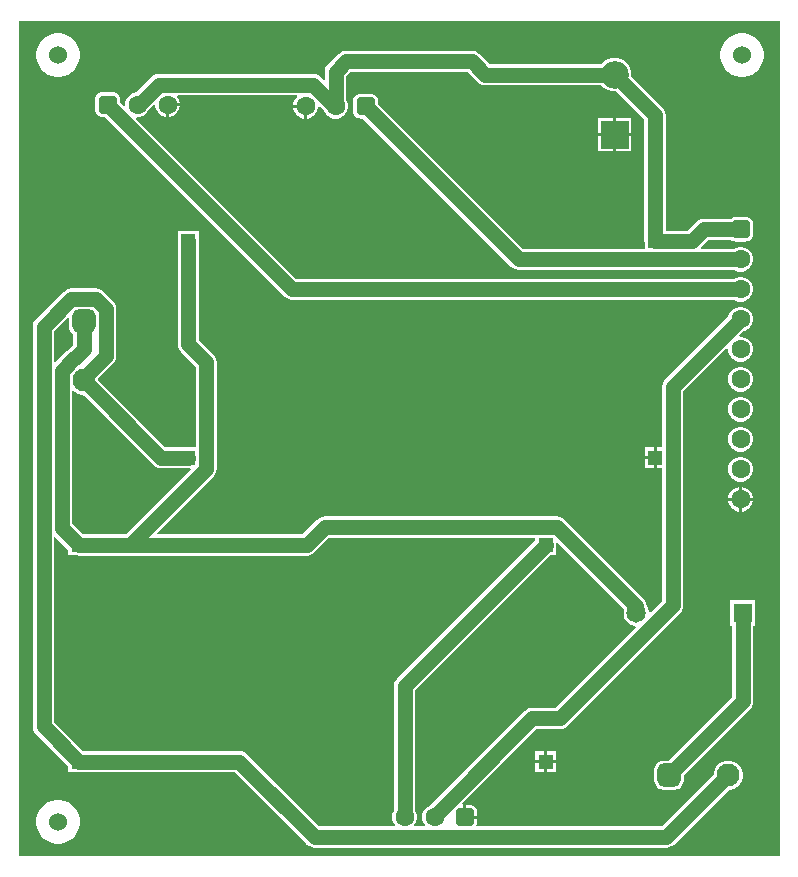
<source format=gbr>
%TF.GenerationSoftware,Altium Limited,Altium Designer,24.10.1 (45)*%
G04 Layer_Physical_Order=2*
G04 Layer_Color=16711680*
%FSLAX45Y45*%
%MOMM*%
%TF.SameCoordinates,71300DE5-865C-4B8C-8C77-BDD09283FDBC*%
%TF.FilePolarity,Positive*%
%TF.FileFunction,Copper,L2,Bot,Signal*%
%TF.Part,Single*%
G01*
G75*
%TA.AperFunction,Conductor*%
%ADD10C,1.27000*%
%TA.AperFunction,WasherPad*%
%ADD12C,1.52400*%
%TA.AperFunction,ComponentPad*%
%ADD13C,1.60000*%
G04:AMPARAMS|DCode=14|XSize=1.6mm|YSize=1.6mm|CornerRadius=0.4mm|HoleSize=0mm|Usage=FLASHONLY|Rotation=270.000|XOffset=0mm|YOffset=0mm|HoleType=Round|Shape=RoundedRectangle|*
%AMROUNDEDRECTD14*
21,1,1.60000,0.80000,0,0,270.0*
21,1,0.80000,1.60000,0,0,270.0*
1,1,0.80000,-0.40000,-0.40000*
1,1,0.80000,-0.40000,0.40000*
1,1,0.80000,0.40000,0.40000*
1,1,0.80000,0.40000,-0.40000*
%
%ADD14ROUNDEDRECTD14*%
%ADD15R,1.24000X1.24000*%
%ADD16C,1.95000*%
G04:AMPARAMS|DCode=17|XSize=1.95mm|YSize=1.95mm|CornerRadius=0.4875mm|HoleSize=0mm|Usage=FLASHONLY|Rotation=0.000|XOffset=0mm|YOffset=0mm|HoleType=Round|Shape=RoundedRectangle|*
%AMROUNDEDRECTD17*
21,1,1.95000,0.97500,0,0,0.0*
21,1,0.97500,1.95000,0,0,0.0*
1,1,0.97500,0.48750,-0.48750*
1,1,0.97500,-0.48750,-0.48750*
1,1,0.97500,-0.48750,0.48750*
1,1,0.97500,0.48750,0.48750*
%
%ADD17ROUNDEDRECTD17*%
G04:AMPARAMS|DCode=18|XSize=1.95mm|YSize=1.95mm|CornerRadius=0.4875mm|HoleSize=0mm|Usage=FLASHONLY|Rotation=270.000|XOffset=0mm|YOffset=0mm|HoleType=Round|Shape=RoundedRectangle|*
%AMROUNDEDRECTD18*
21,1,1.95000,0.97500,0,0,270.0*
21,1,0.97500,1.95000,0,0,270.0*
1,1,0.97500,-0.48750,-0.48750*
1,1,0.97500,-0.48750,0.48750*
1,1,0.97500,0.48750,0.48750*
1,1,0.97500,0.48750,-0.48750*
%
%ADD18ROUNDEDRECTD18*%
G04:AMPARAMS|DCode=19|XSize=1.6mm|YSize=1.6mm|CornerRadius=0.4mm|HoleSize=0mm|Usage=FLASHONLY|Rotation=180.000|XOffset=0mm|YOffset=0mm|HoleType=Round|Shape=RoundedRectangle|*
%AMROUNDEDRECTD19*
21,1,1.60000,0.80000,0,0,180.0*
21,1,0.80000,1.60000,0,0,180.0*
1,1,0.80000,-0.40000,0.40000*
1,1,0.80000,0.40000,0.40000*
1,1,0.80000,0.40000,-0.40000*
1,1,0.80000,-0.40000,-0.40000*
%
%ADD19ROUNDEDRECTD19*%
%ADD20R,2.35000X2.35000*%
%ADD21C,2.35000*%
%ADD22R,1.65000X1.65000*%
%ADD23C,1.65000*%
G36*
X6438900Y0D02*
X0D01*
Y7073900D01*
X6438900D01*
Y0D01*
D02*
G37*
%LPC*%
G36*
X6139660Y6967200D02*
X6103140D01*
X6067321Y6960075D01*
X6033580Y6946099D01*
X6003214Y6925810D01*
X5977390Y6899986D01*
X5957101Y6869620D01*
X5943125Y6835879D01*
X5936000Y6800060D01*
Y6763540D01*
X5943125Y6727721D01*
X5957101Y6693980D01*
X5977390Y6663614D01*
X6003214Y6637790D01*
X6033580Y6617501D01*
X6067321Y6603525D01*
X6103140Y6596400D01*
X6139660D01*
X6175479Y6603525D01*
X6209220Y6617501D01*
X6239586Y6637790D01*
X6265410Y6663614D01*
X6285699Y6693980D01*
X6299675Y6727721D01*
X6306800Y6763540D01*
Y6800060D01*
X6299675Y6835879D01*
X6285699Y6869620D01*
X6265410Y6899986D01*
X6239586Y6925810D01*
X6209220Y6946099D01*
X6175479Y6960075D01*
X6139660Y6967200D01*
D02*
G37*
G36*
X348460D02*
X311940D01*
X276121Y6960075D01*
X242380Y6946099D01*
X212014Y6925810D01*
X186190Y6899986D01*
X165901Y6869620D01*
X151925Y6835879D01*
X144800Y6800060D01*
Y6763540D01*
X151925Y6727721D01*
X165901Y6693980D01*
X186190Y6663614D01*
X212014Y6637790D01*
X242380Y6617501D01*
X276121Y6603525D01*
X311940Y6596400D01*
X348460D01*
X384279Y6603525D01*
X418020Y6617501D01*
X448386Y6637790D01*
X474210Y6663614D01*
X494499Y6693980D01*
X508475Y6727721D01*
X515600Y6763540D01*
Y6800060D01*
X508475Y6835879D01*
X494499Y6869620D01*
X474210Y6899986D01*
X448386Y6925810D01*
X418020Y6946099D01*
X384279Y6960075D01*
X348460Y6967200D01*
D02*
G37*
G36*
X1362700Y6350000D02*
X1270000D01*
Y6257300D01*
X1271176D01*
X1297983Y6264483D01*
X1322017Y6278359D01*
X1341641Y6297983D01*
X1355517Y6322017D01*
X1362700Y6348824D01*
Y6350000D01*
D02*
G37*
G36*
X2413000Y6337300D02*
X2320300D01*
Y6336124D01*
X2327483Y6309317D01*
X2341359Y6285283D01*
X2360983Y6265659D01*
X2385017Y6251783D01*
X2411824Y6244600D01*
X2413000D01*
Y6337300D01*
D02*
G37*
G36*
X5184800Y6251600D02*
X5054600D01*
Y6121400D01*
X5184800D01*
Y6251600D01*
D02*
G37*
G36*
X5029200D02*
X4899000D01*
Y6121400D01*
X5029200D01*
Y6251600D01*
D02*
G37*
G36*
X5184800Y6096000D02*
X5054600D01*
Y5965800D01*
X5184800D01*
Y6096000D01*
D02*
G37*
G36*
X5029200D02*
X4899000D01*
Y5965800D01*
X5029200D01*
Y6096000D01*
D02*
G37*
G36*
X3833487Y6820667D02*
X2768600D01*
X2745393Y6817612D01*
X2723766Y6808654D01*
X2705196Y6794404D01*
X2616296Y6705504D01*
X2602046Y6686934D01*
X2593088Y6665307D01*
X2590033Y6642100D01*
Y6574139D01*
X2578300Y6569279D01*
X2552574Y6595004D01*
X2534004Y6609254D01*
X2512377Y6618212D01*
X2489170Y6621267D01*
X1181130D01*
X1157922Y6618212D01*
X1136296Y6609254D01*
X1117726Y6595004D01*
X990821Y6468100D01*
X989424D01*
X962617Y6460917D01*
X938583Y6447041D01*
X918959Y6427417D01*
X905083Y6403383D01*
X897900Y6376576D01*
Y6358869D01*
X885200Y6353608D01*
X855264Y6383544D01*
Y6402700D01*
X853017Y6419773D01*
X846427Y6435682D01*
X835944Y6449344D01*
X822282Y6459827D01*
X806373Y6466417D01*
X789300Y6468664D01*
X709300D01*
X692227Y6466417D01*
X676318Y6459827D01*
X662656Y6449344D01*
X652173Y6435682D01*
X645583Y6419773D01*
X643336Y6402700D01*
Y6322700D01*
X645583Y6305627D01*
X652173Y6289718D01*
X662656Y6276056D01*
X676318Y6265573D01*
X692227Y6258983D01*
X709300Y6256736D01*
X728456D01*
X2247996Y4737196D01*
X2266566Y4722946D01*
X2288193Y4713988D01*
X2311400Y4710933D01*
X6053208D01*
X6068017Y4702383D01*
X6094824Y4695200D01*
X6122576D01*
X6149383Y4702383D01*
X6173417Y4716259D01*
X6193041Y4735883D01*
X6206917Y4759917D01*
X6214100Y4786724D01*
Y4814476D01*
X6206917Y4841283D01*
X6193041Y4865317D01*
X6173417Y4884941D01*
X6149383Y4898817D01*
X6122576Y4906000D01*
X6094824D01*
X6068017Y4898817D01*
X6053208Y4890267D01*
X2348541D01*
X994208Y6244600D01*
X999469Y6257300D01*
X1017176D01*
X1043983Y6264483D01*
X1068017Y6278359D01*
X1087641Y6297983D01*
X1101517Y6322017D01*
X1102674Y6326336D01*
X1140167Y6363829D01*
X1151900Y6358968D01*
Y6348824D01*
X1159083Y6322017D01*
X1172959Y6297983D01*
X1192583Y6278359D01*
X1216617Y6264483D01*
X1243424Y6257300D01*
X1244600D01*
Y6362700D01*
X1257300D01*
Y6375400D01*
X1362700D01*
Y6376576D01*
X1355517Y6403383D01*
X1341641Y6427417D01*
X1338858Y6430200D01*
X1343719Y6441933D01*
X2350614D01*
X2355875Y6429233D01*
X2341359Y6414717D01*
X2327483Y6390683D01*
X2320300Y6363876D01*
Y6362700D01*
X2425700D01*
Y6350000D01*
X2438400D01*
Y6244600D01*
X2439576D01*
X2466383Y6251783D01*
X2490417Y6265659D01*
X2510041Y6285283D01*
X2523917Y6309317D01*
X2531100Y6336124D01*
Y6346268D01*
X2542833Y6351129D01*
X2580326Y6313636D01*
X2581483Y6309317D01*
X2595359Y6285283D01*
X2614983Y6265659D01*
X2639017Y6251783D01*
X2665824Y6244600D01*
X2693576D01*
X2720383Y6251783D01*
X2744417Y6265659D01*
X2764041Y6285283D01*
X2777917Y6309317D01*
X2785100Y6336124D01*
Y6363876D01*
X2777917Y6390683D01*
X2769367Y6405492D01*
Y6604959D01*
X2805741Y6641333D01*
X3796346D01*
X3884383Y6553296D01*
X3902954Y6539046D01*
X3924580Y6530088D01*
X3947787Y6527033D01*
X4929476D01*
X4954157Y6502351D01*
X4986743Y6483538D01*
X5023087Y6473800D01*
X5057991D01*
X5295133Y6236659D01*
Y5207000D01*
X5297400Y5189779D01*
Y5144267D01*
X4266241D01*
X3039664Y6370844D01*
Y6390000D01*
X3037417Y6407073D01*
X3030827Y6422982D01*
X3020344Y6436644D01*
X3006682Y6447127D01*
X2990773Y6453717D01*
X2973700Y6455964D01*
X2893700D01*
X2876627Y6453717D01*
X2860718Y6447127D01*
X2847056Y6436644D01*
X2836573Y6422982D01*
X2829983Y6407073D01*
X2827736Y6390000D01*
Y6310000D01*
X2829983Y6292927D01*
X2836573Y6277018D01*
X2847056Y6263356D01*
X2860718Y6252873D01*
X2876627Y6246283D01*
X2893700Y6244036D01*
X2912856D01*
X4165696Y4991196D01*
X4184266Y4976946D01*
X4205893Y4967988D01*
X4229100Y4964933D01*
X6053208D01*
X6068017Y4956383D01*
X6094824Y4949200D01*
X6122576D01*
X6149383Y4956383D01*
X6173417Y4970259D01*
X6193041Y4989883D01*
X6206917Y5013917D01*
X6214100Y5040724D01*
Y5068476D01*
X6206917Y5095283D01*
X6193041Y5119317D01*
X6173417Y5138941D01*
X6149383Y5152817D01*
X6122576Y5160000D01*
X6094824D01*
X6068017Y5152817D01*
X6053208Y5144267D01*
X5776619D01*
X5771759Y5156000D01*
X5834691Y5218933D01*
X6025996D01*
X6035718Y5211473D01*
X6051627Y5204883D01*
X6068700Y5202636D01*
X6148700D01*
X6165773Y5204883D01*
X6181682Y5211473D01*
X6195344Y5221956D01*
X6205827Y5235618D01*
X6212417Y5251527D01*
X6214664Y5268600D01*
Y5348600D01*
X6212417Y5365673D01*
X6205827Y5381582D01*
X6195344Y5395244D01*
X6181682Y5405727D01*
X6165773Y5412317D01*
X6148700Y5414564D01*
X6068700D01*
X6051627Y5412317D01*
X6035718Y5405727D01*
X6025996Y5398267D01*
X5797550D01*
X5774343Y5395212D01*
X5752716Y5386254D01*
X5734146Y5372004D01*
X5658809Y5296667D01*
X5474467D01*
Y6273800D01*
X5471412Y6297007D01*
X5462454Y6318634D01*
X5448204Y6337204D01*
X5184800Y6600609D01*
Y6635513D01*
X5175062Y6671857D01*
X5156249Y6704443D01*
X5129643Y6731049D01*
X5097057Y6749862D01*
X5060713Y6759600D01*
X5023087D01*
X4986743Y6749862D01*
X4954157Y6731049D01*
X4929476Y6706367D01*
X3984929D01*
X3896892Y6794404D01*
X3878321Y6808654D01*
X3856695Y6817612D01*
X3833487Y6820667D01*
D02*
G37*
G36*
X6122576Y4144000D02*
X6094824D01*
X6068017Y4136817D01*
X6043983Y4122941D01*
X6024359Y4103317D01*
X6010483Y4079283D01*
X6003300Y4052476D01*
Y4024724D01*
X6010483Y3997917D01*
X6024359Y3973883D01*
X6043983Y3954259D01*
X6068017Y3940383D01*
X6094824Y3933200D01*
X6122576D01*
X6149383Y3940383D01*
X6173417Y3954259D01*
X6193041Y3973883D01*
X6206917Y3997917D01*
X6214100Y4024724D01*
Y4052476D01*
X6206917Y4079283D01*
X6193041Y4103317D01*
X6173417Y4122941D01*
X6149383Y4136817D01*
X6122576Y4144000D01*
D02*
G37*
G36*
Y3890000D02*
X6094824D01*
X6068017Y3882817D01*
X6043983Y3868941D01*
X6024359Y3849317D01*
X6010483Y3825283D01*
X6003300Y3798476D01*
Y3770724D01*
X6010483Y3743917D01*
X6024359Y3719883D01*
X6043983Y3700259D01*
X6068017Y3686383D01*
X6094824Y3679200D01*
X6122576D01*
X6149383Y3686383D01*
X6173417Y3700259D01*
X6193041Y3719883D01*
X6206917Y3743917D01*
X6214100Y3770724D01*
Y3798476D01*
X6206917Y3825283D01*
X6193041Y3849317D01*
X6173417Y3868941D01*
X6149383Y3882817D01*
X6122576Y3890000D01*
D02*
G37*
G36*
X1432560Y5296667D02*
X1415339Y5294400D01*
X1345160D01*
Y5224221D01*
X1342893Y5207000D01*
Y4334697D01*
X1345948Y4311489D01*
X1354906Y4289863D01*
X1369156Y4271293D01*
X1495293Y4145156D01*
Y3460520D01*
X1449781D01*
X1432560Y3462787D01*
X1240022D01*
X669000Y4033809D01*
Y4044393D01*
X795904Y4171297D01*
X810154Y4189868D01*
X819112Y4211494D01*
X822167Y4234701D01*
Y4635666D01*
X819112Y4658874D01*
X810154Y4680500D01*
X795904Y4699070D01*
X715271Y4779704D01*
X696700Y4793954D01*
X675074Y4802911D01*
X651867Y4805967D01*
X440333D01*
X417126Y4802911D01*
X395500Y4793954D01*
X376929Y4779704D01*
X143896Y4546670D01*
X129646Y4528100D01*
X120688Y4506474D01*
X117633Y4483266D01*
Y1098260D01*
X120688Y1075053D01*
X129646Y1053427D01*
X143896Y1034856D01*
X418060Y760691D01*
Y712700D01*
X488239D01*
X505460Y710433D01*
X1828835D01*
X2441372Y97896D01*
X2459943Y83646D01*
X2481569Y74688D01*
X2504776Y71633D01*
X5478599D01*
X5501807Y74688D01*
X5523433Y83646D01*
X5542004Y97896D01*
X6007008Y562900D01*
X6019280D01*
X6050537Y571275D01*
X6078562Y587456D01*
X6101444Y610338D01*
X6117624Y638362D01*
X6125999Y669620D01*
Y701980D01*
X6117624Y733238D01*
X6101444Y761262D01*
X6078562Y784144D01*
X6050537Y800325D01*
X6019280Y808700D01*
X5986919D01*
X5955662Y800325D01*
X5927637Y784144D01*
X5904755Y761262D01*
X5888575Y733238D01*
X5880200Y701980D01*
Y689709D01*
X5441458Y250967D01*
X3879369D01*
X3871698Y263667D01*
X3875617Y273127D01*
X3877864Y290200D01*
Y317500D01*
X3771900D01*
Y330200D01*
X3759200D01*
Y436164D01*
X3758974D01*
X3754114Y447898D01*
X4382314Y1076098D01*
X4577661D01*
X4600868Y1079153D01*
X4622494Y1088111D01*
X4641065Y1102361D01*
X5599104Y2060400D01*
X5613354Y2078971D01*
X5622312Y2100597D01*
X5625367Y2123804D01*
Y3936459D01*
X5990600Y4301692D01*
X6003300Y4296431D01*
Y4278724D01*
X6010483Y4251917D01*
X6024359Y4227883D01*
X6043983Y4208259D01*
X6068017Y4194383D01*
X6094824Y4187200D01*
X6122576D01*
X6149383Y4194383D01*
X6173417Y4208259D01*
X6193041Y4227883D01*
X6206917Y4251917D01*
X6214100Y4278724D01*
Y4306476D01*
X6206917Y4333283D01*
X6193041Y4357317D01*
X6173417Y4376941D01*
X6149383Y4390817D01*
X6122576Y4398000D01*
X6104869D01*
X6099608Y4410700D01*
X6132866Y4443957D01*
X6149383Y4448383D01*
X6173417Y4462259D01*
X6193041Y4481883D01*
X6206917Y4505917D01*
X6214100Y4532724D01*
Y4560476D01*
X6206917Y4587283D01*
X6193041Y4611317D01*
X6173417Y4630941D01*
X6149383Y4644817D01*
X6122576Y4652000D01*
X6094824D01*
X6068017Y4644817D01*
X6043983Y4630941D01*
X6024359Y4611317D01*
X6010483Y4587283D01*
X6006057Y4570766D01*
X5472296Y4037004D01*
X5458046Y4018434D01*
X5449088Y3996808D01*
X5446033Y3973600D01*
Y3460520D01*
X5397500D01*
Y3373120D01*
Y3285720D01*
X5446033D01*
Y2160946D01*
X5346533Y2061446D01*
X5334800Y2066306D01*
Y2071605D01*
X5327447Y2099048D01*
X5313241Y2123652D01*
X5308413Y2128480D01*
X5306241Y2144982D01*
X5297283Y2166608D01*
X5283033Y2185179D01*
X4618428Y2849784D01*
X4599857Y2864034D01*
X4578231Y2872992D01*
X4555024Y2876047D01*
X2589343D01*
X2566136Y2872992D01*
X2544510Y2864034D01*
X2525939Y2849784D01*
X2399802Y2723647D01*
X1176213D01*
X1171352Y2735380D01*
X1648364Y3212392D01*
X1662614Y3230963D01*
X1671572Y3252589D01*
X1674627Y3275796D01*
Y4182297D01*
X1671572Y4205504D01*
X1662614Y4227130D01*
X1648364Y4245701D01*
X1522227Y4371838D01*
Y5207000D01*
X1519960Y5224221D01*
Y5294400D01*
X1449781D01*
X1432560Y5296667D01*
D02*
G37*
G36*
X6122576Y3636000D02*
X6094824D01*
X6068017Y3628817D01*
X6043983Y3614941D01*
X6024359Y3595317D01*
X6010483Y3571283D01*
X6003300Y3544476D01*
Y3516724D01*
X6010483Y3489917D01*
X6024359Y3465883D01*
X6043983Y3446259D01*
X6068017Y3432383D01*
X6094824Y3425200D01*
X6122576D01*
X6149383Y3432383D01*
X6173417Y3446259D01*
X6193041Y3465883D01*
X6206917Y3489917D01*
X6214100Y3516724D01*
Y3544476D01*
X6206917Y3571283D01*
X6193041Y3595317D01*
X6173417Y3614941D01*
X6149383Y3628817D01*
X6122576Y3636000D01*
D02*
G37*
G36*
X5372100Y3460520D02*
X5297400D01*
Y3385820D01*
X5372100D01*
Y3460520D01*
D02*
G37*
G36*
Y3360420D02*
X5297400D01*
Y3285720D01*
X5372100D01*
Y3360420D01*
D02*
G37*
G36*
X6122576Y3382000D02*
X6094824D01*
X6068017Y3374817D01*
X6043983Y3360941D01*
X6024359Y3341317D01*
X6010483Y3317283D01*
X6003300Y3290476D01*
Y3262724D01*
X6010483Y3235917D01*
X6024359Y3211883D01*
X6043983Y3192259D01*
X6068017Y3178383D01*
X6094824Y3171200D01*
X6122576D01*
X6149383Y3178383D01*
X6173417Y3192259D01*
X6193041Y3211883D01*
X6206917Y3235917D01*
X6214100Y3262724D01*
Y3290476D01*
X6206917Y3317283D01*
X6193041Y3341317D01*
X6173417Y3360941D01*
X6149383Y3374817D01*
X6122576Y3382000D01*
D02*
G37*
G36*
Y3128000D02*
X6121400D01*
Y3035300D01*
X6214100D01*
Y3036476D01*
X6206917Y3063283D01*
X6193041Y3087317D01*
X6173417Y3106941D01*
X6149383Y3120817D01*
X6122576Y3128000D01*
D02*
G37*
G36*
X6096000D02*
X6094824D01*
X6068017Y3120817D01*
X6043983Y3106941D01*
X6024359Y3087317D01*
X6010483Y3063283D01*
X6003300Y3036476D01*
Y3035300D01*
X6096000D01*
Y3128000D01*
D02*
G37*
G36*
X6214100Y3009900D02*
X6121400D01*
Y2917200D01*
X6122576D01*
X6149383Y2924383D01*
X6173417Y2938259D01*
X6193041Y2957883D01*
X6206917Y2981917D01*
X6214100Y3008724D01*
Y3009900D01*
D02*
G37*
G36*
X6096000D02*
X6003300D01*
Y3008724D01*
X6010483Y2981917D01*
X6024359Y2957883D01*
X6043983Y2938259D01*
X6068017Y2924383D01*
X6094824Y2917200D01*
X6096000D01*
Y3009900D01*
D02*
G37*
G36*
X4545100Y887500D02*
X4470400D01*
Y812800D01*
X4545100D01*
Y887500D01*
D02*
G37*
G36*
X4445000D02*
X4370300D01*
Y812800D01*
X4445000D01*
Y887500D01*
D02*
G37*
G36*
X4545100Y787400D02*
X4470400D01*
Y712700D01*
X4545100D01*
Y787400D01*
D02*
G37*
G36*
X4445000D02*
X4370300D01*
Y712700D01*
X4445000D01*
Y787400D01*
D02*
G37*
G36*
X6234800Y2165300D02*
X6019000D01*
Y1949500D01*
X6037233D01*
Y1346741D01*
X5499832Y809340D01*
X5454351D01*
X5434993Y806791D01*
X5416956Y799320D01*
X5401466Y787434D01*
X5389581Y771945D01*
X5382109Y753907D01*
X5379561Y734550D01*
Y637050D01*
X5382109Y617693D01*
X5389581Y599655D01*
X5401466Y584166D01*
X5416956Y572280D01*
X5434993Y564809D01*
X5454351Y562260D01*
X5551850D01*
X5571208Y564809D01*
X5589245Y572280D01*
X5604735Y584166D01*
X5616620Y599655D01*
X5624092Y617693D01*
X5626640Y637050D01*
Y682531D01*
X6190304Y1246195D01*
X6204554Y1264766D01*
X6213512Y1286392D01*
X6216567Y1309599D01*
Y1949500D01*
X6234800D01*
Y2165300D01*
D02*
G37*
G36*
X3811900Y436164D02*
X3784600D01*
Y342900D01*
X3877864D01*
Y370200D01*
X3875617Y387273D01*
X3869027Y403182D01*
X3858544Y416844D01*
X3844882Y427327D01*
X3828973Y433917D01*
X3811900Y436164D01*
D02*
G37*
G36*
X348460Y477500D02*
X311940D01*
X276121Y470375D01*
X242380Y456399D01*
X212014Y436110D01*
X186190Y410286D01*
X165901Y379920D01*
X151925Y346179D01*
X144800Y310360D01*
Y273840D01*
X151925Y238021D01*
X165901Y204280D01*
X186190Y173914D01*
X212014Y148090D01*
X242380Y127801D01*
X276121Y113825D01*
X311940Y106700D01*
X348460D01*
X384279Y113825D01*
X418020Y127801D01*
X448386Y148090D01*
X474210Y173914D01*
X494499Y204280D01*
X508475Y238021D01*
X515600Y273840D01*
Y310360D01*
X508475Y346179D01*
X494499Y379920D01*
X474210Y410286D01*
X448386Y436110D01*
X418020Y456399D01*
X384279Y470375D01*
X348460Y477500D01*
D02*
G37*
%LPD*%
G36*
X422560Y4555124D02*
Y4481150D01*
X425109Y4461792D01*
X432580Y4443755D01*
X444466Y4428265D01*
X456433Y4419082D01*
Y4327837D01*
X417582Y4288986D01*
X405486Y4279705D01*
X308700Y4182919D01*
X296967Y4187779D01*
Y4446125D01*
X410827Y4559985D01*
X422560Y4555124D01*
D02*
G37*
G36*
X470638Y3931556D02*
X498662Y3915376D01*
X529920Y3907001D01*
X542191D01*
X1139476Y3309716D01*
X1158047Y3295466D01*
X1179673Y3286508D01*
X1202880Y3283453D01*
X1432560D01*
X1449781Y3285720D01*
X1451482D01*
X1456342Y3273987D01*
X906002Y2723647D01*
X542601D01*
X449367Y2816882D01*
Y3936233D01*
X461100Y3941093D01*
X470638Y3931556D01*
D02*
G37*
G36*
X5124070Y2090526D02*
X5119000Y2071605D01*
Y2043195D01*
X5126353Y2015752D01*
X5140558Y1991148D01*
X5160648Y1971059D01*
X5185252Y1956853D01*
X5212695Y1949500D01*
X5217994D01*
X5222854Y1937767D01*
X4540519Y1255432D01*
X4345172D01*
X4321965Y1252376D01*
X4300339Y1243419D01*
X4281768Y1229169D01*
X3482407Y429808D01*
X3477217Y428417D01*
X3453183Y414541D01*
X3433559Y394917D01*
X3419683Y370883D01*
X3412500Y344076D01*
Y316324D01*
X3419683Y289517D01*
X3433559Y265483D01*
X3436342Y262700D01*
X3431481Y250967D01*
X3350319D01*
X3345458Y262700D01*
X3348241Y265483D01*
X3362117Y289517D01*
X3369300Y316324D01*
Y344076D01*
X3362117Y370883D01*
X3353567Y385692D01*
Y1403039D01*
X4497109Y2546580D01*
X4545100D01*
Y2616759D01*
X4547367Y2633980D01*
X4545100Y2651201D01*
Y2652902D01*
X4556833Y2657762D01*
X5124070Y2090526D01*
D02*
G37*
G36*
X418060Y2594571D02*
Y2546580D01*
X488239D01*
X505460Y2544313D01*
X2436943D01*
X2460151Y2547368D01*
X2481777Y2556326D01*
X2500347Y2570576D01*
X2626484Y2696713D01*
X4370300D01*
Y2673389D01*
X3200496Y1503584D01*
X3186246Y1485014D01*
X3177288Y1463387D01*
X3174233Y1440180D01*
Y385692D01*
X3165683Y370883D01*
X3158500Y344076D01*
Y316324D01*
X3165683Y289517D01*
X3179559Y265483D01*
X3182342Y262700D01*
X3177481Y250967D01*
X2541918D01*
X1929380Y863504D01*
X1910810Y877754D01*
X1889184Y886712D01*
X1865976Y889767D01*
X542601D01*
X296967Y1135402D01*
Y2699071D01*
X308700Y2703931D01*
X418060Y2594571D01*
D02*
G37*
D10*
X2679700Y6350000D02*
Y6642100D01*
X3947787Y6616700D02*
X5041900D01*
X3833487Y6731000D02*
X3947787Y6616700D01*
X2768600Y6731000D02*
X3833487D01*
X2679700Y6642100D02*
X2768600Y6731000D01*
X2933700Y6350000D02*
X4229100Y5054600D01*
X6108700D01*
X749300Y6362700D02*
X2311400Y4800600D01*
X6108700D01*
X5535700Y2123804D02*
Y3973600D01*
X4577661Y1165765D02*
X5535700Y2123804D01*
Y3973600D02*
X6108700Y4546600D01*
X4345172Y1165765D02*
X4577661D01*
X3517900Y338492D02*
X4345172Y1165765D01*
X3517900Y330200D02*
Y338492D01*
X2589343Y2786380D02*
X4555024D01*
X2504776Y161300D02*
X5478599D01*
X4555024Y2786380D02*
X5219629Y2121775D01*
X2436943Y2633980D02*
X2589343Y2786380D01*
X5219629Y2064671D02*
X5226900Y2057400D01*
X5219629Y2064671D02*
Y2121775D01*
X5384800Y5207000D02*
Y6273800D01*
X5041900Y6616700D02*
X5384800Y6273800D01*
X5695950Y5207000D02*
X5797550Y5308600D01*
X5384800Y5207000D02*
X5695950D01*
X5797550Y5308600D02*
X6108700D01*
X2489170Y6531600D02*
X2670770Y6350000D01*
X1181130Y6531600D02*
X2489170D01*
X1012230Y6362700D02*
X1181130Y6531600D01*
X2670770Y6350000D02*
X2679700D01*
X1003300Y6362700D02*
X1012230D01*
X5478599Y161300D02*
X6003099Y685800D01*
X1865976Y800100D02*
X2504776Y161300D01*
X505460Y800100D02*
X1865976D01*
X5503100Y685800D02*
X6126900Y1309599D01*
Y2057400D01*
X943144Y2633980D02*
X2436943D01*
X505460D02*
X943144D01*
X1584960Y3275796D01*
Y4182297D01*
X1432560Y4334697D02*
X1584960Y4182297D01*
X1432560Y4334697D02*
Y5207000D01*
X207300Y1098260D02*
X505460Y800100D01*
X207300Y1098260D02*
Y4483266D01*
X651867Y4716300D02*
X732500Y4635666D01*
X440333Y4716300D02*
X651867D01*
X732500Y4234701D02*
Y4635666D01*
X546100Y4048301D02*
X732500Y4234701D01*
X546100Y4029901D02*
Y4048301D01*
X207300Y4483266D02*
X440333Y4716300D01*
X359700Y2779740D02*
Y4107110D01*
Y2779740D02*
X505460Y2633980D01*
X359700Y4107110D02*
X468891Y4216301D01*
X471705D01*
X546100Y4029901D02*
X1202880Y3373120D01*
X1432560D01*
X471705Y4216301D02*
X546100Y4290696D01*
Y4529899D01*
X3263900Y1440180D02*
X4457700Y2633980D01*
X3263900Y330200D02*
Y1440180D01*
D12*
X330200Y292100D02*
D03*
Y6781800D02*
D03*
X6121400D02*
D03*
D13*
X6108700Y3530600D02*
D03*
Y3784600D02*
D03*
Y4292600D02*
D03*
Y4800600D02*
D03*
Y5054600D02*
D03*
Y4546600D02*
D03*
Y4038600D02*
D03*
Y3276600D02*
D03*
Y3022600D02*
D03*
X3517900Y330200D02*
D03*
X3263900D02*
D03*
X2425700Y6350000D02*
D03*
X2679700D02*
D03*
X1257300Y6362700D02*
D03*
X1003300D02*
D03*
D14*
X6108700Y5308600D02*
D03*
D15*
X4457700Y800100D02*
D03*
X505460Y2633980D02*
D03*
Y800100D02*
D03*
X1432560Y5207000D02*
D03*
Y3373120D02*
D03*
X4457700Y2633980D02*
D03*
X5384800Y3373120D02*
D03*
Y5207000D02*
D03*
D16*
X6003099Y685800D02*
D03*
X546100Y4029901D02*
D03*
D17*
X5503100Y685800D02*
D03*
D18*
X546100Y4529899D02*
D03*
D19*
X3771900Y330200D02*
D03*
X2933700Y6350000D02*
D03*
X749300Y6362700D02*
D03*
D20*
X5041900Y6108700D02*
D03*
D21*
Y6616700D02*
D03*
D22*
X6126900Y2057400D02*
D03*
D23*
X5226900D02*
D03*
%TF.MD5,3fae6e9cebf66675340498b574946adb*%
M02*

</source>
